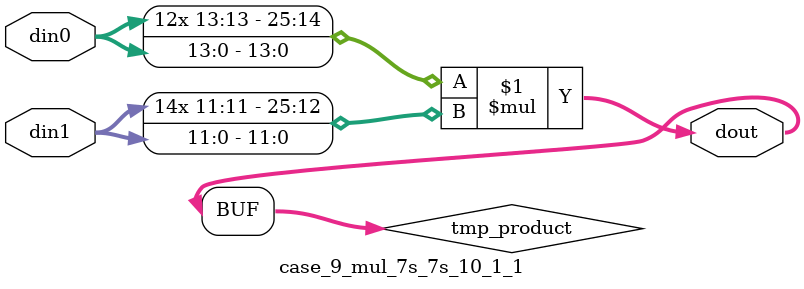
<source format=v>

`timescale 1 ns / 1 ps

 module case_9_mul_7s_7s_10_1_1(din0, din1, dout);
parameter ID = 1;
parameter NUM_STAGE = 0;
parameter din0_WIDTH = 14;
parameter din1_WIDTH = 12;
parameter dout_WIDTH = 26;

input [din0_WIDTH - 1 : 0] din0; 
input [din1_WIDTH - 1 : 0] din1; 
output [dout_WIDTH - 1 : 0] dout;

wire signed [dout_WIDTH - 1 : 0] tmp_product;



























assign tmp_product = $signed(din0) * $signed(din1);








assign dout = tmp_product;





















endmodule

</source>
